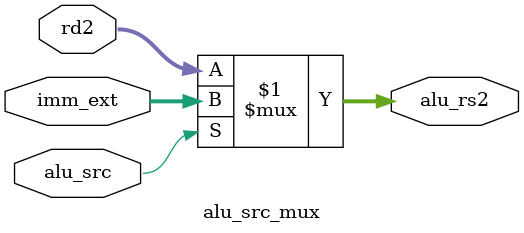
<source format=v>
module alu_src_mux(
    input alu_src,
    input [31:0]rd2,
    input [31:0]imm_ext,
    output[31:0]alu_rs2
);

assign alu_rs2 = (alu_src) ? imm_ext : rd2;

endmodule

</source>
